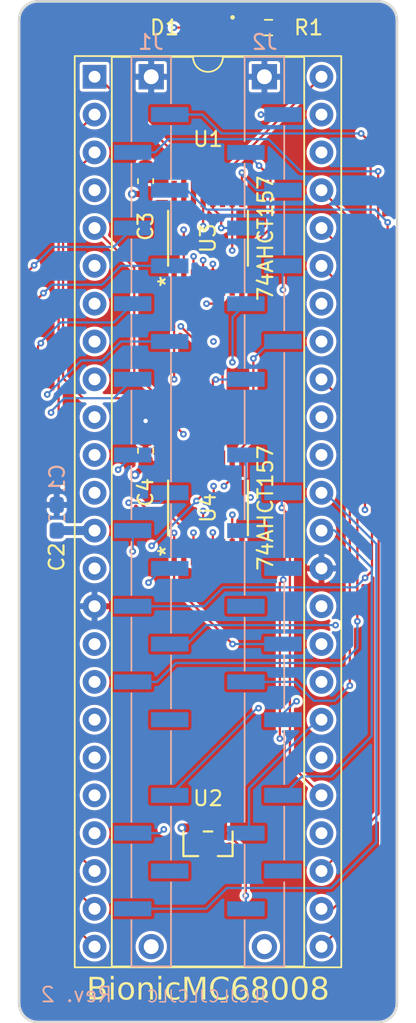
<source format=kicad_pcb>
(kicad_pcb (version 20241229) (generator "pcbnew") (generator_version "9.0")
  (title_block (title "BionicMC68008") (date "2025-12-24") (rev "2") (company "Tadashi G. Takaoka"))
  (layers (0 "F.Cu" mixed) (4 "In1.Cu" mixed) (6 "In2.Cu" mixed) (2 "B.Cu" mixed) (13 "F.Paste" user) (15 "B.Paste" user) (5 "F.SilkS" user "F.Silkscreen") (7 "B.SilkS" user "B.Silkscreen") (1 "F.Mask" user) (3 "B.Mask" user) (25 "Edge.Cuts" user))
  (net 0 "")
  (net 1 "VCC")
  (net 2 "GND")
  (net 3 "Net-(D1-K)")
  (net 4 "FC1")
  (net 6 "FC2")
  (net 8 "A17")
  (net 9 "D3")
  (net 10 "A19")
  (net 11 "D6")
  (net 13 "FC0")
  (net 14 "D0")
  (net 16 "D7")
  (net 17 "D1")
  (net 18 "D4")
  (net 19 "/A1")
  (net 20 "/A2")
  (net 21 "/A12")
  (net 22 "/A13")
  (net 23 "/A14")
  (net 24 "/A15")
  (net 25 "~{IPL1}")
  (net 26 "~{RESET}")
  (net 27 "D5")
  (net 28 "A18")
  (net 30 "D2")
  (net 31 "~{IPL0}{slash}~{IPL2}")
  (net 33 "A16")
  (net 34 "~{AS}")
  (net 36 "R{slash}~{W}")
  (net 37 "~{DS}")
  (net 38 "P20")
  (net 39 "P23")
  (net 40 "ASEL")
  (net 41 "~{BERR}")
  (net 42 "P25")
  (net 43 "P27")
  (net 44 "P22")
  (net 45 "P21")
  (net 46 "CLK")
  (net 47 "~{DTACK}")
  (net 48 "P24")
  (net 49 "~{HALT}")
  (net 50 "P26")
  (net 51 "/A9")
  (net 52 "/A10")
  (net 53 "/A6")
  (net 54 "/A0")
  (net 55 "/A8")
  (net 56 "/A5")
  (net 57 "/A4")
  (net 58 "/A11")
  (net 59 "/A7")
  (net 60 "Net-(J2-P57)")
  (net 62 "/A3")
  (footprint "Capacitor_SMD:C_0603_1608Metric_Pad1.08x0.95mm_HandSolder" (layer "F.Cu") (at 109.509 100.2017 90)
    (property "Reference" "C4" (at -2.794 0 90) (layer "F.SilkS"))
    (property "Value" "0.1u")
    (pad "1" smd roundrect (at -0.8625 0 90) (size 1.075 0.95) (layers "F.Cu" "F.Mask" "F.Paste") (net 1 "VCC"))
    (pad "2" smd roundrect (at 0.8625 0 90) (size 1.075 0.95) (layers "F.Cu" "F.Mask" "F.Paste") (net 2 "GND"))
  )
  (footprint "ti:PW16-M" (layer "F.Cu") (at 113.7 104.036 90)
    (property "Reference" "U4" (at 0 0 90) (layer "F.SilkS"))
    (property "Value" "74AHCT157")
    (fp_text user "*" (at -2.9 -2.8 90) (layer "F.SilkS"))
    (pad "1" smd rect (at -2.9718 -2.274999 90) (size 1.778 0.3556) (layers "F.Cu" "F.Mask" "F.Paste") (net 40 "ASEL"))
    (pad "2" smd rect (at -2.9718 -1.625001 90) (size 1.778 0.3556) (layers "F.Cu" "F.Mask" "F.Paste") (net 57 "/A4"))
    (pad "3" smd rect (at -2.9718 -0.974999 90) (size 1.778 0.3556) (layers "F.Cu" "F.Mask" "F.Paste") (net 21 "/A12"))
    (pad "4" smd rect (at -2.9718 -0.325001 90) (size 1.778 0.3556) (layers "F.Cu" "F.Mask" "F.Paste") (net 48 "P24"))
    (pad "5" smd rect (at -2.9718 0.324998 90) (size 1.778 0.3556) (layers "F.Cu" "F.Mask" "F.Paste") (net 56 "/A5"))
    (pad "6" smd rect (at -2.9718 0.974999 90) (size 1.778 0.3556) (layers "F.Cu" "F.Mask" "F.Paste") (net 22 "/A13"))
    (pad "7" smd rect (at -2.9718 1.624998 90) (size 1.778 0.3556) (layers "F.Cu" "F.Mask" "F.Paste") (net 42 "P25"))
    (pad "8" smd rect (at -2.9718 2.274999 90) (size 1.778 0.3556) (layers "F.Cu" "F.Mask" "F.Paste") (net 2 "GND"))
    (pad "9" smd rect (at 2.9718 2.274999 90) (size 1.778 0.3556) (layers "F.Cu" "F.Mask" "F.Paste") (net 50 "P26"))
    (pad "10" smd rect (at 2.9718 1.625001 90) (size 1.778 0.3556) (layers "F.Cu" "F.Mask" "F.Paste") (net 23 "/A14"))
    (pad "11" smd rect (at 2.9718 0.974999 90) (size 1.778 0.3556) (layers "F.Cu" "F.Mask" "F.Paste") (net 53 "/A6"))
    (pad "12" smd rect (at 2.9718 0.325001 90) (size 1.778 0.3556) (layers "F.Cu" "F.Mask" "F.Paste") (net 43 "P27"))
    (pad "13" smd rect (at 2.9718 -0.324998 90) (size 1.778 0.3556) (layers "F.Cu" "F.Mask" "F.Paste") (net 24 "/A15"))
    (pad "14" smd rect (at 2.9718 -0.974999 90) (size 1.778 0.3556) (layers "F.Cu" "F.Mask" "F.Paste") (net 59 "/A7"))
    (pad "15" smd rect (at 2.9718 -1.624998 90) (size 1.778 0.3556) (layers "F.Cu" "F.Mask" "F.Paste") (net 2 "GND"))
    (pad "16" smd rect (at 2.9718 -2.274999 90) (size 1.778 0.3556) (layers "F.Cu" "F.Mask" "F.Paste") (net 1 "VCC"))
  )
  (footprint "Capacitor_SMD:C_0603_1608Metric_Pad1.08x0.95mm_HandSolder" (layer "F.Cu") (at 103.54 104.6975 90)
    (property "Reference" "C2" (at -2.6405 0 90) (layer "F.SilkS"))
    (property "Value" "22u")
    (pad "1" smd roundrect (at -0.8625 0 90) (size 1.075 0.95) (layers "F.Cu" "F.Mask" "F.Paste") (net 1 "VCC"))
    (pad "2" smd roundrect (at 0.8625 0 90) (size 1.075 0.95) (layers "F.Cu" "F.Mask" "F.Paste") (net 2 "GND"))
  )
  (footprint "rhom:LED_CSL1901UW1_ROM-M" (layer "F.Cu") (at 113.7 71.778 180)
    (property "Reference" "D1" (at 2.921 0 0) (layer "F.SilkS"))
    (property "Value" "CSL1901UW1")
    (pad "1" smd rect (at -0.8763 0 180) (size 0.9652 0.762) (layers "F.Cu" "F.Mask" "F.Paste") (net 3 "Net-(D1-K)"))
    (pad "2" smd rect (at 0.8763 0 180) (size 0.9652 0.762) (layers "F.Cu" "F.Mask" "F.Paste") (net 1 "VCC"))
    (zone (net 0) (net_name "") (layer "F.Cu") (connect_pads (clearance 0)) (min_thickness 0.254)
      (keepout (tracks not_allowed) (vias not_allowed) (pads allowed) (copperpour not_allowed) (footprints allowed))
      (fill (thermal_gap 0.508) (thermal_bridge_width 0.508))
      (polygon (pts (xy 114.0429 72.1336) (xy 113.3571 72.1336) (xy 113.3571 71.4224) (xy 114.0429 71.4224)))
    )
  )
  (footprint "Capacitor_SMD:C_0603_1608Metric_Pad1.08x0.95mm_HandSolder" (layer "F.Cu") (at 109.509 82.0915 90)
    (property "Reference" "C3" (at -3.036999 0 90) (layer "F.SilkS"))
    (property "Value" "0.1u")
    (pad "1" smd roundrect (at -0.8625 0 90) (size 1.075 0.95) (layers "F.Cu" "F.Mask" "F.Paste") (net 1 "VCC"))
    (pad "2" smd roundrect (at 0.8625 0 90) (size 1.075 0.95) (layers "F.Cu" "F.Mask" "F.Paste") (net 2 "GND"))
  )
  (footprint "microchip:SOT-23_MC_MCH-M" (layer "F.Cu") (at 113.7 126.592 180)
    (property "Reference" "U2" (at 0 3.048 0) (layer "F.SilkS"))
    (property "Value" "11AA010-I/TT")
    (pad "1" smd rect (at -0.950001 1.066 180) (size 0.6604 1.6256) (layers "F.Cu" "F.Mask" "F.Paste") (net 60 "Net-(J2-P57)"))
    (pad "2" smd rect (at 0.950001 1.066 180) (size 0.6604 1.6256) (layers "F.Cu" "F.Mask" "F.Paste") (net 1 "VCC"))
    (pad "3" smd rect (at 0 -1.066 180) (size 0.6604 1.6256) (layers "F.Cu" "F.Mask" "F.Paste") (net 2 "GND"))
  )
  (footprint "Resistor_SMD:R_0603_1608Metric_Pad0.98x0.95mm_HandSolder" (layer "F.Cu") (at 117.764 71.778)
    (property "Reference" "R1" (at 2.6905 0 0) (layer "F.SilkS"))
    (property "Value" "1.6k")
    (pad "1" smd roundrect (at -0.9125 0) (size 0.975 0.95) (layers "F.Cu" "F.Mask" "F.Paste") (net 3 "Net-(D1-K)"))
    (pad "2" smd roundrect (at 0.9125 0) (size 0.975 0.95) (layers "F.Cu" "F.Mask" "F.Paste") (net 2 "GND"))
  )
  (footprint "bionic:DIP-48_W15.24mm_Socket" (layer "F.Cu") (at 106.08 75.08)
    (property "Reference" "U1" (at 7.62 4.191 0) (layer "F.SilkS"))
    (property "Value" "MC68008P")
    (pad "1" thru_hole rect (at 0 0) (size 1.6 1.6) (drill 0.8) (layers "*.Cu" "*.Mask") (net 62 "/A3"))
    (pad "2" thru_hole oval (at 0 2.54) (size 1.6 1.6) (drill 0.8) (layers "*.Cu" "*.Mask") (net 57 "/A4"))
    (pad "3" thru_hole oval (at 0 5.08) (size 1.6 1.6) (drill 0.8) (layers "*.Cu" "*.Mask") (net 56 "/A5"))
    (pad "4" thru_hole oval (at 0 7.62) (size 1.6 1.6) (drill 0.8) (layers "*.Cu" "*.Mask") (net 53 "/A6"))
    (pad "5" thru_hole oval (at 0 10.16) (size 1.6 1.6) (drill 0.8) (layers "*.Cu" "*.Mask") (net 59 "/A7"))
    (pad "6" thru_hole oval (at 0 12.7) (size 1.6 1.6) (drill 0.8) (layers "*.Cu" "*.Mask") (net 55 "/A8"))
    (pad "7" thru_hole oval (at 0 15.24) (size 1.6 1.6) (drill 0.8) (layers "*.Cu" "*.Mask") (net 51 "/A9"))
    (pad "8" thru_hole oval (at 0 17.78) (size 1.6 1.6) (drill 0.8) (layers "*.Cu" "*.Mask") (net 52 "/A10"))
    (pad "9" thru_hole oval (at 0 20.32) (size 1.6 1.6) (drill 0.8) (layers "*.Cu" "*.Mask") (net 58 "/A11"))
    (pad "10" thru_hole oval (at 0 22.86) (size 1.6 1.6) (drill 0.8) (layers "*.Cu" "*.Mask") (net 21 "/A12"))
    (pad "11" thru_hole oval (at 0 25.4) (size 1.6 1.6) (drill 0.8) (layers "*.Cu" "*.Mask") (net 22 "/A13"))
    (pad "12" thru_hole oval (at 0 27.94) (size 1.6 1.6) (drill 0.8) (layers "*.Cu" "*.Mask") (net 23 "/A14"))
    (pad "13" thru_hole oval (at 0 30.48) (size 1.6 1.6) (drill 0.8) (layers "*.Cu" "*.Mask") (net 1 "VCC"))
    (pad "14" thru_hole oval (at 0 33.02) (size 1.6 1.6) (drill 0.8) (layers "*.Cu" "*.Mask") (net 24 "/A15"))
    (pad "15" thru_hole oval (at 0 35.56) (size 1.6 1.6) (drill 0.8) (layers "*.Cu" "*.Mask") (net 2 "GND"))
    (pad "16" thru_hole oval (at 0 38.1) (size 1.6 1.6) (drill 0.8) (layers "*.Cu" "*.Mask") (net 33 "A16"))
    (pad "17" thru_hole oval (at 0 40.64) (size 1.6 1.6) (drill 0.8) (layers "*.Cu" "*.Mask") (net 8 "A17"))
    (pad "18" thru_hole oval (at 0 43.18) (size 1.6 1.6) (drill 0.8) (layers "*.Cu" "*.Mask") (net 28 "A18"))
    (pad "19" thru_hole oval (at 0 45.72) (size 1.6 1.6) (drill 0.8) (layers "*.Cu" "*.Mask") (net 10 "A19"))
    (pad "20" thru_hole oval (at 0 48.26) (size 1.6 1.6) (drill 0.8) (layers "*.Cu" "*.Mask") (net 16 "D7"))
    (pad "21" thru_hole oval (at 0 50.8) (size 1.6 1.6) (drill 0.8) (layers "*.Cu" "*.Mask") (net 11 "D6"))
    (pad "22" thru_hole oval (at 0 53.34) (size 1.6 1.6) (drill 0.8) (layers "*.Cu" "*.Mask") (net 27 "D5"))
    (pad "23" thru_hole oval (at 0 55.88) (size 1.6 1.6) (drill 0.8) (layers "*.Cu" "*.Mask") (net 18 "D4"))
    (pad "24" thru_hole oval (at 0 58.42) (size 1.6 1.6) (drill 0.8) (layers "*.Cu" "*.Mask") (net 9 "D3"))
    (pad "25" thru_hole oval (at 15.24 58.42) (size 1.6 1.6) (drill 0.8) (layers "*.Cu" "*.Mask") (net 30 "D2"))
    (pad "26" thru_hole oval (at 15.24 55.88) (size 1.6 1.6) (drill 0.8) (layers "*.Cu" "*.Mask") (net 17 "D1"))
    (pad "27" thru_hole oval (at 15.24 53.34) (size 1.6 1.6) (drill 0.8) (layers "*.Cu" "*.Mask") (net 14 "D0"))
    (pad "28" thru_hole oval (at 15.24 50.8) (size 1.6 1.6) (drill 0.8) (layers "*.Cu" "*.Mask") (net 34 "~{AS}"))
    (pad "29" thru_hole oval (at 15.24 48.26) (size 1.6 1.6) (drill 0.8) (layers "*.Cu" "*.Mask") (net 37 "~{DS}"))
    (pad "30" thru_hole oval (at 15.24 45.72) (size 1.6 1.6) (drill 0.8) (layers "*.Cu" "*.Mask") (net 36 "R{slash}~{W}"))
    (pad "31" thru_hole oval (at 15.24 43.18) (size 1.6 1.6) (drill 0.8) (layers "*.Cu" "*.Mask") (net 47 "~{DTACK}"))
    (pad "32" thru_hole oval (at 15.24 40.64) (size 1.6 1.6) (drill 0.8) (layers "*.Cu" "*.Mask"))
    (pad "33" thru_hole oval (at 15.24 38.1) (size 1.6 1.6) (drill 0.8) (layers "*.Cu" "*.Mask") (net 1 "VCC"))
    (pad "34" thru_hole oval (at 15.24 35.56) (size 1.6 1.6) (drill 0.8) (layers "*.Cu" "*.Mask") (net 46 "CLK"))
    (pad "35" thru_hole oval (at 15.24 33.02) (size 1.6 1.6) (drill 0.8) (layers "*.Cu" "*.Mask") (net 2 "GND"))
    (pad "36" thru_hole oval (at 15.24 30.48) (size 1.6 1.6) (drill 0.8) (layers "*.Cu" "*.Mask") (net 49 "~{HALT}"))
    (pad "37" thru_hole oval (at 15.24 27.94) (size 1.6 1.6) (drill 0.8) (layers "*.Cu" "*.Mask") (net 26 "~{RESET}"))
    (pad "38" thru_hole oval (at 15.24 25.4) (size 1.6 1.6) (drill 0.8) (layers "*.Cu" "*.Mask"))
    (pad "39" thru_hole oval (at 15.24 22.86) (size 1.6 1.6) (drill 0.8) (layers "*.Cu" "*.Mask"))
    (pad "40" thru_hole oval (at 15.24 20.32) (size 1.6 1.6) (drill 0.8) (layers "*.Cu" "*.Mask") (net 41 "~{BERR}"))
    (pad "41" thru_hole oval (at 15.24 17.78) (size 1.6 1.6) (drill 0.8) (layers "*.Cu" "*.Mask") (net 25 "~{IPL1}"))
    (pad "42" thru_hole oval (at 15.24 15.24) (size 1.6 1.6) (drill 0.8) (layers "*.Cu" "*.Mask") (net 31 "~{IPL0}{slash}~{IPL2}"))
    (pad "43" thru_hole oval (at 15.24 12.7) (size 1.6 1.6) (drill 0.8) (layers "*.Cu" "*.Mask") (net 6 "FC2"))
    (pad "44" thru_hole oval (at 15.24 10.16) (size 1.6 1.6) (drill 0.8) (layers "*.Cu" "*.Mask") (net 4 "FC1"))
    (pad "45" thru_hole oval (at 15.24 7.62) (size 1.6 1.6) (drill 0.8) (layers "*.Cu" "*.Mask") (net 13 "FC0"))
    (pad "46" thru_hole oval (at 15.24 5.08) (size 1.6 1.6) (drill 0.8) (layers "*.Cu" "*.Mask") (net 54 "/A0"))
    (pad "47" thru_hole oval (at 15.24 2.54) (size 1.6 1.6) (drill 0.8) (layers "*.Cu" "*.Mask") (net 19 "/A1"))
    (pad "48" thru_hole oval (at 15.24 0) (size 1.6 1.6) (drill 0.8) (layers "*.Cu" "*.Mask") (net 20 "/A2"))
  )
  (footprint "ti:PW16-M" (layer "F.Cu") (at 113.7 85.9258 90)
    (property "Reference" "U3" (at 0 0 90) (layer "F.SilkS"))
    (property "Value" "74AHCT157")
    (fp_text user "*" (at -2.9 -2.8 90) (layer "F.SilkS"))
    (pad "1" smd rect (at -2.9718 -2.274999 90) (size 1.778 0.3556) (layers "F.Cu" "F.Mask" "F.Paste") (net 40 "ASEL"))
    (pad "2" smd rect (at -2.9718 -1.625001 90) (size 1.778 0.3556) (layers "F.Cu" "F.Mask" "F.Paste") (net 54 "/A0"))
    (pad "3" smd rect (at -2.9718 -0.974999 90) (size 1.778 0.3556) (layers "F.Cu" "F.Mask" "F.Paste") (net 55 "/A8"))
    (pad "4" smd rect (at -2.9718 -0.325001 90) (size 1.778 0.3556) (layers "F.Cu" "F.Mask" "F.Paste") (net 38 "P20"))
    (pad "5" smd rect (at -2.9718 0.324998 90) (size 1.778 0.3556) (layers "F.Cu" "F.Mask" "F.Paste") (net 19 "/A1"))
    (pad "6" smd rect (at -2.9718 0.974999 90) (size 1.778 0.3556) (layers "F.Cu" "F.Mask" "F.Paste") (net 51 "/A9"))
    (pad "7" smd rect (at -2.9718 1.624998 90) (size 1.778 0.3556) (layers "F.Cu" "F.Mask" "F.Paste") (net 45 "P21"))
    (pad "8" smd rect (at -2.9718 2.274999 90) (size 1.778 0.3556) (layers "F.Cu" "F.Mask" "F.Paste") (net 2 "GND"))
    (pad "9" smd rect (at 2.9718 2.274999 90) (size 1.778 0.3556) (layers "F.Cu" "F.Mask" "F.Paste") (net 44 "P22"))
    (pad "10" smd rect (at 2.9718 1.625001 90) (size 1.778 0.3556) (layers "F.Cu" "F.Mask" "F.Paste") (net 52 "/A10"))
    (pad "11" smd rect (at 2.9718 0.974999 90) (size 1.778 0.3556) (layers "F.Cu" "F.Mask" "F.Paste") (net 20 "/A2"))
    (pad "12" smd rect (at 2.9718 0.325001 90) (size 1.778 0.3556) (layers "F.Cu" "F.Mask" "F.Paste") (net 39 "P23"))
    (pad "13" smd rect (at 2.9718 -0.324998 90) (size 1.778 0.3556) (layers "F.Cu" "F.Mask" "F.Paste") (net 58 "/A11"))
    (pad "14" smd rect (at 2.9718 -0.974999 90) (size 1.778 0.3556) (layers "F.Cu" "F.Mask" "F.Paste") (net 62 "/A3"))
    (pad "15" smd rect (at 2.9718 -1.624998 90) (size 1.778 0.3556) (layers "F.Cu" "F.Mask" "F.Paste") (net 2 "GND"))
    (pad "16" smd rect (at 2.9718 -2.274999 90) (size 1.778 0.3556) (layers "F.Cu" "F.Mask" "F.Paste") (net 1 "VCC"))
  )
  (footprint "Capacitor_SMD:C_0603_1608Metric_Pad1.08x0.95mm_HandSolder" (layer "B.Cu") (at 103.54 104.6975 90)
    (property "Reference" "C1" (at 2.6405 0.03 90) (layer "B.SilkS") (effects (justify mirror)))
    (property "Value" "0.1u")
    (pad "1" smd roundrect (at -0.8625 0 90) (size 1.075 0.95) (layers "B.Cu" "B.Mask" "B.Paste") (net 1 "VCC"))
    (pad "2" smd roundrect (at 0.8625 0 90) (size 1.075 0.95) (layers "B.Cu" "B.Mask" "B.Paste") (net 2 "GND"))
  )
  (footprint "bionic:Bionic-P135_SMT" (layer "B.Cu") (at 109.8646 104.29 180)
    (property "Reference" "J1" (at 0 31.54 0) (layer "B.SilkS") (effects (justify mirror)))
    (property "Value" "Bionic-P135")
    (pad "1" thru_hole rect (at -0.0208 29.21 180) (size 1.7 1.7) (drill 1) (layers "*.Cu" "*.Mask") (net 2 "GND"))
    (pad "2" smd rect (at -1.2654 26.67 180) (size 2.51 1) (layers "B.Cu" "B.Mask" "B.Paste") (net 14 "D0"))
    (pad "3" smd rect (at 1.2238 24.13 180) (size 2.51 1) (layers "B.Cu" "B.Mask" "B.Paste") (net 17 "D1"))
    (pad "4" smd rect (at -1.2654 21.59 180) (size 2.51 1) (layers "B.Cu" "B.Mask" "B.Paste") (net 30 "D2"))
    (pad "5" smd rect (at 1.2238 19.05 180) (size 2.51 1) (layers "B.Cu" "B.Mask" "B.Paste") (net 9 "D3"))
    (pad "6" smd rect (at -1.2654 16.51 180) (size 2.51 1) (layers "B.Cu" "B.Mask" "B.Paste") (net 18 "D4"))
    (pad "7" smd rect (at 1.2238 13.97 180) (size 2.51 1) (layers "B.Cu" "B.Mask" "B.Paste") (net 27 "D5"))
    (pad "8" smd rect (at -1.2654 11.43 180) (size 2.51 1) (layers "B.Cu" "B.Mask" "B.Paste") (net 11 "D6"))
    (pad "9" smd rect (at 1.2238 8.89 180) (size 2.51 1) (layers "B.Cu" "B.Mask" "B.Paste") (net 16 "D7"))
    (pad "11" smd rect (at 1.2238 3.81 180) (size 2.51 1) (layers "B.Cu" "B.Mask" "B.Paste") (net 33 "A16"))
    (pad "12" smd rect (at -1.2654 1.27 180) (size 2.51 1) (layers "B.Cu" "B.Mask" "B.Paste") (net 8 "A17"))
    (pad "13" smd rect (at 1.2238 -1.27 180) (size 2.51 1) (layers "B.Cu" "B.Mask" "B.Paste") (net 28 "A18"))
    (pad "14" smd rect (at -1.2654 -3.81 180) (size 2.51 1) (layers "B.Cu" "B.Mask" "B.Paste") (net 10 "A19"))
    (pad "15" smd rect (at 1.2238 -6.35 180) (size 2.51 1) (layers "B.Cu" "B.Mask" "B.Paste") (net 13 "FC0"))
    (pad "16" smd rect (at -1.2654 -8.89 180) (size 2.51 1) (layers "B.Cu" "B.Mask" "B.Paste") (net 4 "FC1"))
    (pad "17" smd rect (at 1.2238 -11.43 180) (size 2.51 1) (layers "B.Cu" "B.Mask" "B.Paste") (net 6 "FC2"))
    (pad "18" smd rect (at -1.2654 -13.97 180) (size 2.51 1) (layers "B.Cu" "B.Mask" "B.Paste"))
    (pad "20" smd rect (at -1.2654 -19.05 180) (size 2.51 1) (layers "B.Cu" "B.Mask" "B.Paste") (net 31 "~{IPL0}{slash}~{IPL2}"))
    (pad "21" smd rect (at 1.2238 -21.59 180) (size 2.51 1) (layers "B.Cu" "B.Mask" "B.Paste") (net 25 "~{IPL1}"))
    (pad "22" smd rect (at -1.2654 -24.13 180) (size 2.51 1) (layers "B.Cu" "B.Mask" "B.Paste"))
    (pad "23" smd rect (at 1.2238 -26.67 180) (size 2.51 1) (layers "B.Cu" "B.Mask" "B.Paste") (net 26 "~{RESET}"))
    (pad "24" thru_hole oval (at -0.0208 -29.21 180) (size 1.7 1.7) (drill 1) (layers "*.Cu" "*.Mask") (net 1 "VCC"))
  )
  (footprint "bionic:Bionic-P245_SMT" (layer "B.Cu") (at 117.51 104.29 180)
    (property "Reference" "J2" (at 0 31.54 0) (layer "B.SilkS") (effects (justify mirror)))
    (property "Value" "Bionic-P245")
    (pad "25" thru_hole oval (at 0.0208 -29.21 180) (size 1.7 1.7) (drill 1) (layers "*.Cu" "*.Mask") (net 1 "VCC"))
    (pad "26" smd rect (at 1.2654 -26.67 180) (size 2.51 1) (layers "B.Cu" "B.Mask" "B.Paste") (net 60 "Net-(J2-P57)"))
    (pad "27" smd rect (at -1.2238 -24.13 180) (size 2.51 1) (layers "B.Cu" "B.Mask" "B.Paste"))
    (pad "28" smd rect (at 1.2654 -21.59 180) (size 2.51 1) (layers "B.Cu" "B.Mask" "B.Paste") (net 47 "~{DTACK}"))
    (pad "29" smd rect (at -1.2238 -19.05 180) (size 2.51 1) (layers "B.Cu" "B.Mask" "B.Paste") (net 49 "~{HALT}"))
    (pad "31" smd rect (at -1.2238 -13.97 180) (size 2.51 1) (layers "B.Cu" "B.Mask" "B.Paste") (net 46 "CLK"))
    (pad "32" smd rect (at 1.2654 -11.43 180) (size 2.51 1) (layers "B.Cu" "B.Mask" "B.Paste") (net 41 "~{BERR}"))
    (pad "33" smd rect (at -1.2238 -8.89 180) (size 2.51 1) (layers "B.Cu" "B.Mask" "B.Paste") (net 40 "ASEL"))
    (pad "34" smd rect (at 1.2654 -6.35 180) (size 2.51 1) (layers "B.Cu" "B.Mask" "B.Paste"))
    (pad "35" smd rect (at -1.2238 -3.81 180) (size 2.51 1) (layers "B.Cu" "B.Mask" "B.Paste") (net 36 "R{slash}~{W}"))
    (pad "36" smd rect (at 1.2654 -1.27 180) (size 2.51 1) (layers "B.Cu" "B.Mask" "B.Paste"))
    (pad "37" smd rect (at -1.2238 1.27 180) (size 2.51 1) (layers "B.Cu" "B.Mask" "B.Paste") (net 37 "~{DS}"))
    (pad "38" smd rect (at 1.2654 3.81 180) (size 2.51 1) (layers "B.Cu" "B.Mask" "B.Paste") (net 34 "~{AS}"))
    (pad "40" smd rect (at 1.2654 8.89 180) (size 2.51 1) (layers "B.Cu" "B.Mask" "B.Paste") (net 43 "P27"))
    (pad "41" smd rect (at -1.2238 11.43 180) (size 2.51 1) (layers "B.Cu" "B.Mask" "B.Paste") (net 50 "P26"))
    (pad "42" smd rect (at 1.2654 13.97 180) (size 2.51 1) (layers "B.Cu" "B.Mask" "B.Paste") (net 42 "P25"))
    (pad "43" smd rect (at -1.2238 16.51 180) (size 2.51 1) (layers "B.Cu" "B.Mask" "B.Paste") (net 48 "P24"))
    (pad "44" smd rect (at 1.2654 19.05 180) (size 2.51 1) (layers "B.Cu" "B.Mask" "B.Paste") (net 39 "P23"))
    (pad "45" smd rect (at -1.2238 21.59 180) (size 2.51 1) (layers "B.Cu" "B.Mask" "B.Paste") (net 44 "P22"))
    (pad "46" smd rect (at 1.2654 24.13 180) (size 2.51 1) (layers "B.Cu" "B.Mask" "B.Paste") (net 45 "P21"))
    (pad "47" smd rect (at -1.2238 26.67 180) (size 2.51 1) (layers "B.Cu" "B.Mask" "B.Paste") (net 38 "P20"))
    (pad "48" thru_hole rect (at 0.0208 29.21 180) (size 1.7 1.7) (drill 1) (layers "*.Cu" "*.Mask") (net 2 "GND"))
  )
  (gr_line (start 126.4 137.31) (end 126.4 71.27) (stroke (width 0.15)) (layer "Edge.Cuts"))
  (gr_line (start 125.13 70) (end 102.27 70) (stroke (width 0.15)) (layer "Edge.Cuts"))
  (gr_arc (start 125.13 70) (mid 126.028026 70.371974) (end 126.4 71.27) (stroke (width 0.15)) (layer "Edge.Cuts"))
  (gr_arc (start 102.27 138.58) (mid 101.371974 138.208026) (end 101 137.31) (stroke (width 0.15)) (layer "Edge.Cuts"))
  (gr_arc (start 101 71.27) (mid 101.371974 70.371974) (end 102.27 70) (stroke (width 0.15)) (layer "Edge.Cuts"))
  (gr_arc (start 126.4 137.31) (mid 126.028026 138.208026) (end 125.13 138.58) (stroke (width 0.15)) (layer "Edge.Cuts"))
  (gr_line (start 101 71.27) (end 101 137.31) (stroke (width 0.15)) (layer "Edge.Cuts"))
  (gr_line (start 102.27 138.58) (end 125.13 138.58) (stroke (width 0.15)) (layer "Edge.Cuts"))
  (gr_text "BionicMC68008" (at 113.7 137.31 0) (layer "F.SilkS") (effects (font (size 1.5 1.5)) (justify bottom)))
  (gr_text "74AHCT157" (at 118.145 85.9258 90) (layer "F.SilkS") (effects (font (size 1 1)) (justify bottom)))
  (gr_text "74AHCT157" (at 118.145 104.036 90) (layer "F.SilkS") (effects (font (size 1 1)) (justify bottom)))
  (gr_text "JLCJLCJLCJLC" (at 113.7 137.31 0) (layer "B.SilkS") (effects (font (size 0.8 0.8)) (justify bottom mirror)))
  (gr_text "Rev. 2" (at 107.35 137.31 0) (layer "B.SilkS") (effects (font (size 1 1)) (justify left bottom mirror)))
  (segment (start 106.08 105.56) (end 103.54 105.56) (width 0.6) (layer "F.Cu") (net 1))
  (segment (start 112.824 71.778) (end 112.8237 71.778) (width 0.15) (layer "F.Cu") (net 1))
  (segment (start 112.8237 71.778) (end 111.414 71.778) (width 0.15) (layer "F.Cu") (net 1))
  (segment (start 109.509 101.064) (end 111.396 101.064) (width 0.4) (layer "F.Cu") (net 1))
  (segment (start 111.949 125.526) (end 112.75 125.526) (width 0.6) (layer "F.Cu") (net 1))
  (segment (start 108.798 101.814) (end 109.509 101.102) (width 0.4) (layer "F.Cu") (net 1))
  (segment (start 109.509 101.102) (end 109.509 101.0642) (width 0.4) (layer "F.Cu") (net 1))
  (segment (start 109.509 82.954) (end 108.62 82.954) (width 0.4) (layer "F.Cu") (net 1))
  (segment (start 109.509 101.0642) (end 109.509 101.064) (width 0.4) (layer "F.Cu") (net 1))
  (segment (start 109.509 82.954) (end 111.396 82.954) (width 0.4) (layer "F.Cu") (net 1))
  (via (at 111.949 125.526) (size 0.6) (drill 0.3) (layers "F.Cu" "B.Cu") (net 1))
  (via (at 108.62 82.954) (size 0.6) (drill 0.3) (layers "F.Cu" "B.Cu") (net 1))
  (via (at 108.798 101.814) (size 0.6) (drill 0.3) (layers "F.Cu" "B.Cu") (net 1))
  (via (at 111.414 71.778) (size 0.45) (drill 0.2) (layers "F.Cu" "B.Cu") (net 1))
  (segment (start 106.08 105.56) (end 103.54 105.56) (width 0.6) (layer "B.Cu") (net 1))
  (via (at 103.921 102.639) (size 0.6) (drill 0.3) (layers "F.Cu" "B.Cu") (net 2))
  (via (at 109.509 98.194) (size 0.6) (drill 0.3) (layers "F.Cu" "B.Cu") (net 2))
  (segment (start 114.576 71.778) (end 116.852 71.778) (width 0.15) (layer "F.Cu") (net 3))
  (segment (start 124.241 88.161) (end 121.32 85.24) (width 0.15) (layer "F.Cu") (net 4))
  (segment (start 124.241 104.163) (end 124.241 88.161) (width 0.15) (layer "F.Cu") (net 4))
  (via (at 124.241 104.163) (size 0.45) (drill 0.2) (layers "F.Cu" "B.Cu") (net 4))
  (via (at 122.267 111.91) (size 0.45) (drill 0.2) (layers "F.Cu" "B.Cu") (net 4))
  (segment (start 113.573 111.91) (end 112.303 113.18) (width 0.15) (layer "B.Cu") (net 4))
  (segment (start 122.267 111.91) (end 113.573 111.91) (width 0.15) (layer "B.Cu") (net 4))
  (segment (start 112.303 113.18) (end 111.13 113.18) (width 0.15) (layer "B.Cu") (net 4))
  (segment (start 123.733 111.656) (end 123.733 90.193) (width 0.15) (layer "F.Cu") (net 6))
  (segment (start 123.733 90.193) (end 121.32 87.78) (width 0.15) (layer "F.Cu") (net 6))
  (via (at 123.733 111.656) (size 0.45) (drill 0.2) (layers "F.Cu" "B.Cu") (net 6))
  (segment (start 123.733 111.656) (end 123.733 113.434) (width 0.15) (layer "B.Cu") (net 6))
  (segment (start 110.271 115.72) (end 108.6408 115.72) (width 0.15) (layer "B.Cu") (net 6))
  (segment (start 123.733 113.434) (end 122.717 114.45) (width 0.15) (layer "B.Cu") (net 6))
  (segment (start 122.717 114.45) (end 111.541 114.45) (width 0.15) (layer "B.Cu") (net 6))
  (segment (start 111.541 114.45) (end 110.271 115.72) (width 0.15) (layer "B.Cu") (net 6))
  (via (at 108.3669 103.6904) (size 0.45) (drill 0.2) (layers "F.Cu" "B.Cu") (net 8))
  (segment (start 108.3669 103.6904) (end 110.4596 103.6904) (width 0.15) (layer "B.Cu") (net 8))
  (segment (start 110.4596 103.6904) (end 111.13 103.02) (width 0.15) (layer "B.Cu") (net 8))
  (segment (start 102.0217 87.7419) (end 101.5969 88.1667) (width 0.15) (layer "F.Cu") (net 9))
  (segment (start 101.5969 129.0169) (end 106.08 133.5) (width 0.15) (layer "F.Cu") (net 9))
  (segment (start 101.5969 88.1667) (end 101.5969 129.0169) (width 0.15) (layer "F.Cu") (net 9))
  (via (at 102.0217 87.7419) (size 0.45) (drill 0.2) (layers "F.Cu" "B.Cu") (net 9))
  (segment (start 108.6408 85.24) (end 107.3708 86.51) (width 0.15) (layer "B.Cu") (net 9))
  (segment (start 103.2536 86.51) (end 102.0217 87.7419) (width 0.15) (layer "B.Cu") (net 9))
  (segment (start 107.3708 86.51) (end 103.2536 86.51) (width 0.15) (layer "B.Cu") (net 9))
  (via (at 109.703 109.0536) (size 0.45) (drill 0.2) (layers "F.Cu" "B.Cu") (net 10))
  (segment (start 109.703 109.0536) (end 110.6566 108.1) (width 0.15) (layer "B.Cu") (net 10))
  (segment (start 110.6566 108.1) (end 111.13 108.1) (width 0.15) (layer "B.Cu") (net 10))
  (via (at 102.905 96.416) (size 0.45) (drill 0.2) (layers "F.Cu" "B.Cu") (net 11))
  (segment (start 107.858 92.86) (end 111.13 92.86) (width 0.15) (layer "B.Cu") (net 11))
  (segment (start 102.905 96.416) (end 105.191 94.13) (width 0.15) (layer "B.Cu") (net 11))
  (segment (start 106.588 94.13) (end 107.858 92.86) (width 0.15) (layer "B.Cu") (net 11))
  (segment (start 105.191 94.13) (end 106.588 94.13) (width 0.15) (layer "B.Cu") (net 11))
  (segment (start 124.713 86.093) (end 121.32 82.7) (width 0.15) (layer "F.Cu") (net 13))
  (segment (start 124.713 108.274) (end 124.713 86.093) (width 0.15) (layer "F.Cu") (net 13))
  (segment (start 124.252 108.735) (end 124.713 108.274) (width 0.15) (layer "F.Cu") (net 13))
  (via (at 124.252 108.735) (size 0.45) (drill 0.2) (layers "F.Cu" "B.Cu") (net 13))
  (segment (start 123.617 109.37) (end 114.716 109.37) (width 0.15) (layer "B.Cu") (net 13))
  (segment (start 113.446 110.64) (end 114.716 109.37) (width 0.15) (layer "B.Cu") (net 13))
  (segment (start 108.6408 110.64) (end 113.446 110.64) (width 0.15) (layer "B.Cu") (net 13))
  (segment (start 124.252 108.735) (end 123.617 109.37) (width 0.15) (layer "B.Cu") (net 13))
  (segment (start 125.163 85.527) (end 125.163 124.577) (width 0.15) (layer "F.Cu") (net 14))
  (segment (start 124.622 84.986) (end 125.163 85.527) (width 0.15) (layer "F.Cu") (net 14))
  (segment (start 125.163 124.577) (end 121.32 128.42) (width 0.15) (layer "F.Cu") (net 14))
  (segment (start 124.622 79.525) (end 124.622 84.986) (width 0.15) (layer "F.Cu") (net 14))
  (segment (start 123.987 78.89) (end 124.622 79.525) (width 0.15) (layer "F.Cu") (net 14))
  (via (at 123.987 78.89) (size 0.45) (drill 0.2) (layers "F.Cu" "B.Cu") (net 14))
  (segment (start 123.987 78.89) (end 114.589 78.89) (width 0.15) (layer "B.Cu") (net 14))
  (segment (start 113.319 77.62) (end 111.13 77.62) (width 0.15) (layer "B.Cu") (net 14))
  (segment (start 114.589 78.89) (end 113.319 77.62) (width 0.15) (layer "B.Cu") (net 14))
  (via (at 103.159 97.6322) (size 0.45) (drill 0.2) (layers "F.Cu" "B.Cu") (net 16))
  (segment (start 104.048 96.67) (end 107.3708 96.67) (width 0.15) (layer "B.Cu") (net 16))
  (segment (start 103.159 97.6322) (end 103.159 97.559) (width 0.15) (layer "B.Cu") (net 16))
  (segment (start 103.159 97.559) (end 104.048 96.67) (width 0.15) (layer "B.Cu") (net 16))
  (segment (start 107.3708 96.67) (end 108.6408 95.4) (width 0.15) (layer "B.Cu") (net 16))
  (segment (start 125.464 127.580811) (end 122.084811 130.96) (width 0.15) (layer "F.Cu") (net 17))
  (segment (start 125.13 84.986) (end 125.464 85.32) (width 0.15) (layer "F.Cu") (net 17))
  (segment (start 125.464 85.32) (end 125.464 127.580811) (width 0.15) (layer "F.Cu") (net 17))
  (segment (start 125.13 81.43) (end 125.13 84.986) (width 0.15) (layer "F.Cu") (net 17))
  (segment (start 122.084811 130.96) (end 121.32 130.96) (width 0.15) (layer "F.Cu") (net 17))
  (via (at 125.13 81.43) (size 0.45) (drill 0.2) (layers "F.Cu" "B.Cu") (net 17))
  (segment (start 111.033 79.271) (end 110.144 80.16) (width 0.15) (layer "B.Cu") (net 17))
  (segment (start 110.144 80.16) (end 108.6408 80.16) (width 0.15) (layer "B.Cu") (net 17))
  (segment (start 125.13 81.43) (end 119.923 81.43) (width 0.15) (layer "B.Cu") (net 17))
  (segment (start 119.923 81.43) (end 117.764 79.271) (width 0.15) (layer "B.Cu") (net 17))
  (segment (start 117.764 79.271) (end 111.033 79.271) (width 0.15) (layer "B.Cu") (net 17))
  (segment (start 102.651 89.6088) (end 101.8979 90.3619) (width 0.15) (layer "F.Cu") (net 18))
  (segment (start 101.8979 90.3619) (end 101.8979 126.7779) (width 0.15) (layer "F.Cu") (net 18))
  (segment (start 101.8979 126.7779) (end 106.08 130.96) (width 0.15) (layer "F.Cu") (net 18))
  (via (at 102.651 89.6088) (size 0.45) (drill 0.2) (layers "F.Cu" "B.Cu") (net 18))
  (segment (start 106.588 89.05) (end 107.858 87.78) (width 0.15) (layer "B.Cu") (net 18))
  (segment (start 103.2225 89.05) (end 106.588 89.05) (width 0.15) (layer "B.Cu") (net 18))
  (segment (start 102.651 89.6088) (end 102.6637 89.6088) (width 0.15) (layer "B.Cu") (net 18))
  (segment (start 107.858 87.78) (end 111.13 87.78) (width 0.15) (layer "B.Cu") (net 18))
  (segment (start 102.6637 89.6088) (end 103.2225 89.05) (width 0.15) (layer "B.Cu") (net 18))
  (segment (start 114.025 87.653) (end 114.025 88.8976) (width 0.15) (layer "F.Cu") (net 19))
  (via (at 114.025 87.653) (size 0.45) (drill 0.2) (layers "F.Cu" "B.Cu") (net 19))
  (segment (start 121.32 75.08) (end 114.675 81.725) (width 0.15) (layer "F.Cu") (net 20))
  (segment (start 114.675 81.725) (end 114.675 82.954) (width 0.15) (layer "F.Cu") (net 20))
  (segment (start 112.725 105.6997) (end 112.725 107.0078) (width 0.15) (layer "F.Cu") (net 21))
  (via (at 112.725 105.6997) (size 0.45) (drill 0.2) (layers "F.Cu" "B.Cu") (net 21))
  (segment (start 114.081 103.909) (end 114.675 104.503) (width 0.15) (layer "F.Cu") (net 22))
  (segment (start 114.675 104.503) (end 114.675 107.0078) (width 0.15) (layer "F.Cu") (net 22))
  (segment (start 114.081 102.576249) (end 114.081 103.909) (width 0.15) (layer "F.Cu") (net 22))
  (segment (start 114.074751 102.57) (end 114.081 102.576249) (width 0.15) (layer "F.Cu") (net 22))
  (via (at 114.074751 102.57) (size 0.45) (drill 0.2) (layers "F.Cu" "B.Cu") (net 22))
  (segment (start 115.325 102.0189) (end 115.325 101.0642) (width 0.15) (layer "F.Cu") (net 23))
  (segment (start 114.77395 102.56995) (end 115.325 102.0189) (width 0.15) (layer "F.Cu") (net 23))
  (via (at 114.77395 102.56995) (size 0.45) (drill 0.2) (layers "F.Cu" "B.Cu") (net 23))
  (segment (start 113.375 103.1161) (end 113.375 101.0642) (width 0.15) (layer "F.Cu") (net 24))
  (segment (start 112.925 103.5661) (end 113.375 103.1161) (width 0.15) (layer "F.Cu") (net 24))
  (via (at 112.925 103.5661) (size 0.45) (drill 0.2) (layers "F.Cu" "B.Cu") (net 24))
  (via (at 109.9154 106.58419) (size 0.45) (drill 0.2) (layers "F.Cu" "B.Cu") (net 24))
  (segment (start 109.9154 106.58419) (end 112.776259 103.723331) (width 0.15) (layer "B.Cu") (net 24))
  (segment (start 112.776259 103.714841) (end 112.925 103.5661) (width 0.15) (layer "B.Cu") (net 24))
  (segment (start 112.776259 103.723331) (end 112.776259 103.714841) (width 0.15) (layer "B.Cu") (net 24))
  (via (at 114.0683 92.86) (size 0.45) (drill 0.2) (layers "F.Cu" "B.Cu") (net 25))
  (via (at 110.7314 125.626) (size 0.45) (drill 0.2) (layers "F.Cu" "B.Cu") (net 25))
  (segment (start 110.4774 125.88) (end 108.6408 125.88) (width 0.15) (layer "B.Cu") (net 25))
  (segment (start 110.7314 125.626) (end 110.4774 125.88) (width 0.15) (layer "B.Cu") (net 25))
  (segment (start 121.32 103.02) (end 121.576811 103.02) (width 0.15) (layer "B.Cu") (net 26))
  (segment (start 114.97 129.563) (end 113.573 130.96) (width 0.15) (layer "B.Cu") (net 26))
  (segment (start 113.573 130.96) (end 108.6408 130.96) (width 0.15) (layer "B.Cu") (net 26))
  (segment (start 121.955 129.563) (end 114.97 129.563) (width 0.15) (layer "B.Cu") (net 26))
  (segment (start 125.003 106.446189) (end 125.003 126.515) (width 0.15) (layer "B.Cu") (net 26))
  (segment (start 125.003 126.515) (end 121.955 129.563) (width 0.15) (layer "B.Cu") (net 26))
  (segment (start 121.576811 103.02) (end 125.003 106.446189) (width 0.15) (layer "B.Cu") (net 26))
  (segment (start 102.2827 124.6227) (end 106.08 128.42) (width 0.15) (layer "F.Cu") (net 27))
  (segment (start 102.2827 93.1648) (end 102.2827 124.6227) (width 0.15) (layer "F.Cu") (net 27))
  (via (at 102.4732 92.9743) (size 0.45) (drill 0.2) (layers "F.Cu" "B.Cu") (net 27))
  (segment (start 102.4732 92.9743) (end 102.4732 92.9067) (width 0.15) (layer "B.Cu") (net 27))
  (segment (start 107.3835 91.5773) (end 108.6408 90.32) (width 0.15) (layer "B.Cu") (net 27))
  (segment (start 103.8026 91.5773) (end 107.3835 91.5773) (width 0.15) (layer "B.Cu") (net 27))
  (segment (start 102.4732 92.9067) (end 103.8026 91.5773) (width 0.15) (layer "B.Cu") (net 27))
  (via (at 108.6454 106.957) (size 0.45) (drill 0.2) (layers "F.Cu" "B.Cu") (net 28))
  (segment (start 108.6454 105.5646) (end 108.6408 105.56) (width 0.15) (layer "B.Cu") (net 28))
  (segment (start 108.6454 106.957) (end 108.6454 105.5646) (width 0.15) (layer "B.Cu") (net 28))
  (segment (start 125.765 84.859) (end 125.765 129.055) (width 0.15) (layer "F.Cu") (net 30))
  (segment (start 125.765 129.055) (end 121.32 133.5) (width 0.15) (layer "F.Cu") (net 30))
  (via (at 125.765 84.859) (size 0.45) (drill 0.2) (layers "F.Cu" "B.Cu") (net 30))
  (segment (start 112.303 82.7) (end 111.13 82.7) (width 0.15) (layer "B.Cu") (net 30))
  (segment (start 125.765 84.859) (end 124.9084 84.0024) (width 0.15) (layer "B.Cu") (net 30))
  (segment (start 124.9084 84.0024) (end 113.6054 84.0024) (width 0.15) (layer "B.Cu") (net 30))
  (segment (start 113.6054 84.0024) (end 112.303 82.7) (width 0.15) (layer "B.Cu") (net 30))
  (via (at 117.09455 117.48895) (size 0.45) (drill 0.2) (layers "F.Cu" "B.Cu") (net 31))
  (segment (start 116.98105 117.48895) (end 111.13 123.34) (width 0.15) (layer "B.Cu") (net 31))
  (segment (start 117.09455 117.48895) (end 116.98105 117.48895) (width 0.15) (layer "B.Cu") (net 31))
  (via (at 107.6626 101.4682) (size 0.45) (drill 0.2) (layers "F.Cu" "B.Cu") (net 33))
  (segment (start 107.6626 101.4682) (end 107.6626 101.4582) (width 0.15) (layer "B.Cu") (net 33))
  (segment (start 107.6626 101.4582) (end 108.6408 100.48) (width 0.15) (layer "B.Cu") (net 33))
  (via (at 116.5575 103.3375) (size 0.45) (drill 0.2) (layers "F.Cu" "B.Cu") (net 34))
  (segment (start 116.24 103.02) (end 116.24 100.4846) (width 0.15) (layer "B.Cu") (net 34))
  (segment (start 116.5575 103.3375) (end 116.24 103.02) (width 0.15) (layer "B.Cu") (net 34))
  (segment (start 116.24 100.4846) (end 116.2446 100.48) (width 0.15) (layer "B.Cu") (net 34))
  (segment (start 118.526 119.53) (end 118.526 109.085) (width 0.15) (layer "F.Cu") (net 36))
  (segment (start 118.526 109.085) (end 118.749 108.862) (width 0.15) (layer "F.Cu") (net 36))
  (via (at 118.749 108.862) (size 0.45) (drill 0.2) (layers "F.Cu" "B.Cu") (net 36))
  (via (at 118.526 119.53) (size 0.45) (drill 0.2) (layers "F.Cu" "B.Cu") (net 36))
  (segment (start 118.749 108.1152) (end 118.7338 108.1) (width 0.15) (layer "B.Cu") (net 36))
  (segment (start 118.749 108.862) (end 118.749 108.1152) (width 0.15) (layer "B.Cu") (net 36))
  (segment (start 119.2 121.22) (end 121.32 123.34) (width 0.15) (layer "F.Cu") (net 37))
  (segment (start 118.653 104.036) (end 119.2 104.583) (width 0.15) (layer "F.Cu") (net 37))
  (segment (start 119.2 104.583) (end 119.2 121.22) (width 0.15) (layer "F.Cu") (net 37))
  (via (at 118.653 104.036) (size 0.45) (drill 0.2) (layers "F.Cu" "B.Cu") (net 37))
  (segment (start 118.653 103.1008) (end 118.7338 103.02) (width 0.15) (layer "B.Cu") (net 37))
  (segment (start 118.653 104.036) (end 118.653 103.1008) (width 0.15) (layer "B.Cu") (net 37))
  (segment (start 113.375 87.399) (end 113.375 88.8976) (width 0.15) (layer "F.Cu") (net 38))
  (via (at 117.256 77.62) (size 0.45) (drill 0.2) (layers "F.Cu" "B.Cu") (net 38))
  (via (at 113.375 87.399) (size 0.45) (drill 0.2) (layers "F.Cu" "B.Cu") (net 38))
  (segment (start 117.256 77.62) (end 118.7338 77.62) (width 0.15) (layer "B.Cu") (net 38))
  (segment (start 114.589 84.478) (end 114.025 83.914) (width 0.15) (layer "F.Cu") (net 39))
  (segment (start 114.025 83.914) (end 114.025 82.954) (width 0.15) (layer "F.Cu") (net 39))
  (segment (start 114.589 85.24) (end 114.589 84.478) (width 0.15) (layer "F.Cu") (net 39))
  (via (at 114.589 85.24) (size 0.45) (drill 0.2) (layers "F.Cu" "B.Cu") (net 39))
  (segment (start 114.589 85.24) (end 116.2446 85.24) (width 0.15) (layer "B.Cu") (net 39))
  (segment (start 111.425 95.4) (end 111.425 88.8976) (width 0.15) (layer "F.Cu") (net 40))
  (segment (start 115.351 113.18) (end 111.425 109.254) (width 0.15) (layer "F.Cu") (net 40))
  (segment (start 111.425 109.254) (end 111.425 107.0078) (width 0.15) (layer "F.Cu") (net 40))
  (segment (start 111.425001 105.7124) (end 111.425001 107.0078) (width 0.15) (layer "F.Cu") (net 40))
  (via (at 115.351 113.18) (size 0.45) (drill 0.2) (layers "F.Cu" "B.Cu") (net 40))
  (via (at 111.425001 105.7124) (size 0.45) (drill 0.2) (layers "F.Cu" "B.Cu") (net 40))
  (via (at 111.425 95.4) (size 0.45) (drill 0.2) (layers "F.Cu" "B.Cu") (net 40))
  (segment (start 115.351 113.18) (end 118.7338 113.18) (width 0.15) (layer "B.Cu") (net 40))
  (segment (start 123.225 97.305) (end 121.32 95.4) (width 0.15) (layer "F.Cu") (net 41))
  (segment (start 123.225 115.974) (end 123.225 97.305) (width 0.15) (layer "F.Cu") (net 41))
  (via (at 123.225 115.974) (size 0.45) (drill 0.2) (layers "F.Cu" "B.Cu") (net 41))
  (segment (start 119.542 115.72) (end 116.2446 115.72) (width 0.15) (layer "B.Cu") (net 41))
  (segment (start 123.225 115.974) (end 122.209 116.99) (width 0.15) (layer "B.Cu") (net 41))
  (segment (start 122.209 116.99) (end 120.812 116.99) (width 0.15) (layer "B.Cu") (net 41))
  (segment (start 120.812 116.99) (end 119.542 115.72) (width 0.15) (layer "B.Cu") (net 41))
  (segment (start 115.3383 104.4932) (end 115.3256 104.5059) (width 0.15) (layer "F.Cu") (net 42))
  (segment (start 115.3256 104.5059) (end 115.3256 107.0072) (width 0.15) (layer "F.Cu") (net 42))
  (segment (start 115.3256 107.0072) (end 115.325 107.0078) (width 0.15) (layer "F.Cu") (net 42))
  (via (at 115.3383 94.257) (size 0.45) (drill 0.2) (layers "F.Cu" "B.Cu") (net 42))
  (via (at 115.3383 104.4932) (size 0.45) (drill 0.2) (layers "F.Cu" "B.Cu") (net 42))
  (segment (start 115.351 91.2136) (end 116.2446 90.32) (width 0.15) (layer "B.Cu") (net 42))
  (segment (start 115.351 94.2443) (end 115.351 91.2136) (width 0.15) (layer "B.Cu") (net 42))
  (segment (start 115.3383 94.257) (end 115.351 94.2443) (width 0.15) (layer "B.Cu") (net 42))
  (segment (start 114.025 95.4426) (end 114.025 101.0642) (width 0.15) (layer "F.Cu") (net 43))
  (segment (start 114.224999 95.4134) (end 114.0542 95.4134) (width 0.15) (layer "F.Cu") (net 43))
  (segment (start 114.0542 95.4134) (end 114.025 95.4426) (width 0.15) (layer "F.Cu") (net 43))
  (via (at 114.224999 95.4134) (size 0.45) (drill 0.2) (layers "F.Cu" "B.Cu") (net 43))
  (segment (start 116.2312 95.4134) (end 116.2446 95.4) (width 0.15) (layer "B.Cu") (net 43))
  (segment (start 114.224999 95.4134) (end 116.2312 95.4134) (width 0.15) (layer "B.Cu") (net 43))
  (segment (start 115.974999 82.953999) (end 115.975 82.954) (width 0.15) (layer "F.Cu") (net 44))
  (segment (start 115.974999 81.5189) (end 115.974999 82.953999) (width 0.15) (layer "F.Cu") (net 44))
  (via (at 115.974999 81.5189) (size 0.45) (drill 0.2) (layers "F.Cu" "B.Cu") (net 44))
  (segment (start 117.002 82.7) (end 118.7338 82.7) (width 0.15) (layer "B.Cu") (net 44))
  (segment (start 115.974999 81.5189) (end 115.974999 81.672999) (width 0.15) (layer "B.Cu") (net 44))
  (segment (start 115.974999 81.672999) (end 117.002 82.7) (width 0.15) (layer "B.Cu") (net 44))
  (segment (start 117.891 81.811) (end 117.891 85.24065) (width 0.15) (layer "F.Cu") (net 45))
  (segment (start 115.325 87.80665) (end 115.325 88.8976) (width 0.15) (layer "F.Cu") (net 45))
  (segment (start 117.129 81.049) (end 117.891 81.811) (width 0.15) (layer "F.Cu") (net 45))
  (segment (start 117.891 85.24065) (end 115.325 87.80665) (width 0.15) (layer "F.Cu") (net 45))
  (via (at 117.129 81.049) (size 0.45) (drill 0.2) (layers "F.Cu" "B.Cu") (net 45))
  (segment (start 116.2781 80.1935) (end 116.2446 80.16) (width 0.15) (layer "B.Cu") (net 45))
  (segment (start 117.129 81.049) (end 116.2781 80.1981) (width 0.15) (layer "B.Cu") (net 45))
  (segment (start 116.2781 80.1981) (end 116.2781 80.1935) (width 0.15) (layer "B.Cu") (net 45))
  (via (at 119.65 117.02175) (size 0.45) (drill 0.2) (layers "F.Cu" "B.Cu") (net 46))
  (segment (start 119.65 117.02175) (end 119.57375 117.02175) (width 0.15) (layer "B.Cu") (net 46))
  (segment (start 118.7338 117.8617) (end 118.7338 118.26) (width 0.15) (layer "B.Cu") (net 46))
  (segment (start 119.57375 117.02175) (end 118.7338 117.8617) (width 0.15) (layer "B.Cu") (net 46))
  (segment (start 116.4534 125.6712) (end 116.4534 122.8726) (width 0.15) (layer "B.Cu") (net 47))
  (segment (start 116.2446 125.88) (end 116.4534 125.6712) (width 0.15) (layer "B.Cu") (net 47))
  (segment (start 116.4534 122.8726) (end 121.066 118.26) (width 0.15) (layer "B.Cu") (net 47))
  (segment (start 121.066 118.26) (end 121.32 118.26) (width 0.15) (layer "B.Cu") (net 47))
  (segment (start 113.375 104.2393) (end 113.375 107.0078) (width 0.15) (layer "F.Cu") (net 48))
  (via (at 118.7292 89.3929) (size 0.45) (drill 0.2) (layers "F.Cu" "B.Cu") (net 48))
  (via (at 113.375 104.2393) (size 0.45) (drill 0.2) (layers "F.Cu" "B.Cu") (net 48))
  (segment (start 118.7292 89.3929) (end 118.7292 87.7846) (width 0.15) (layer "B.Cu") (net 48))
  (segment (start 118.7292 87.7846) (end 118.7338 87.78) (width 0.15) (layer "B.Cu") (net 48))
  (segment (start 121.32 105.56) (end 121.630911 105.56) (width 0.15) (layer "B.Cu") (net 49))
  (segment (start 121.630911 105.56) (end 121.643611 105.5473) (width 0.15) (layer "B.Cu") (net 49))
  (segment (start 121.988984 122.07) (end 120.0038 122.07) (width 0.15) (layer "B.Cu") (net 49))
  (segment (start 122.1963 105.5473) (end 124.702 108.053) (width 0.15) (layer "B.Cu") (net 49))
  (segment (start 124.702 108.053) (end 124.702 119.356984) (width 0.15) (layer "B.Cu") (net 49))
  (segment (start 121.643611 105.5473) (end 122.1963 105.5473) (width 0.15) (layer "B.Cu") (net 49))
  (segment (start 120.0038 122.07) (end 118.7338 123.34) (width 0.15) (layer "B.Cu") (net 49))
  (segment (start 124.702 119.356984) (end 121.988984 122.07) (width 0.15) (layer "B.Cu") (net 49))
  (segment (start 116.748 99.2227) (end 115.975 99.9957) (width 0.15) (layer "F.Cu") (net 50))
  (segment (start 116.748 94.003) (end 116.748 99.2227) (width 0.15) (layer "F.Cu") (net 50))
  (segment (start 115.975 99.9957) (end 115.975 101.0642) (width 0.15) (layer "F.Cu") (net 50))
  (via (at 116.748 94.003) (size 0.45) (drill 0.2) (layers "F.Cu" "B.Cu") (net 50))
  (segment (start 117.891 92.86) (end 118.7338 92.86) (width 0.15) (layer "B.Cu") (net 50))
  (segment (start 116.748 94.003) (end 117.891 92.86) (width 0.15) (layer "B.Cu") (net 50))
  (segment (start 113.5984 90.32) (end 114.2723 90.32) (width 0.15) (layer "F.Cu") (net 51))
  (segment (start 114.2723 90.32) (end 114.675 89.9173) (width 0.15) (layer "F.Cu") (net 51))
  (segment (start 114.675 89.9173) (end 114.675 88.8976) (width 0.15) (layer "F.Cu") (net 51))
  (via (at 113.5984 90.32) (size 0.45) (drill 0.2) (layers "F.Cu" "B.Cu") (net 51))
  (segment (start 115.325 86.7513) (end 115.325 82.954) (width 0.15) (layer "F.Cu") (net 52))
  (via (at 115.325 86.7513) (size 0.45) (drill 0.2) (layers "F.Cu" "B.Cu") (net 52))
  (segment (start 114.674999 94.643999) (end 114.674999 101.0642) (width 0.15) (layer "F.Cu") (net 53))
  (segment (start 111.875 91.844) (end 114.674999 94.643999) (width 0.15) (layer "F.Cu") (net 53))
  (via (at 111.875 91.844) (size 0.45) (drill 0.2) (layers "F.Cu" "B.Cu") (net 53))
  (segment (start 112.075 85.367) (end 112.075 88.8976) (width 0.15) (layer "F.Cu") (net 54))
  (segment (start 112.061301 85.353301) (end 112.075 85.367) (width 0.15) (layer "F.Cu") (net 54))
  (via (at 112.061301 85.353301) (size 0.45) (drill 0.2) (layers "F.Cu" "B.Cu") (net 54))
  (segment (start 112.725001 87.150144) (end 112.725001 88.8976) (width 0.15) (layer "F.Cu") (net 55))
  (segment (start 112.725 88.8976) (end 112.725001 88.8976) (width 0.15) (layer "F.Cu") (net 55))
  (segment (start 112.733533 87.141612) (end 112.725001 87.150144) (width 0.15) (layer "F.Cu") (net 55))
  (via (at 112.733533 87.141612) (size 0.45) (drill 0.2) (layers "F.Cu" "B.Cu") (net 55))
  (segment (start 103.968 95.32) (end 105.318 96.67) (width 0.15) (layer "F.Cu") (net 56))
  (segment (start 109.636 96.67) (end 112.049 99.083) (width 0.15) (layer "F.Cu") (net 56))
  (segment (start 105.318 96.67) (end 109.636 96.67) (width 0.15) (layer "F.Cu") (net 56))
  (segment (start 114.025 105.687) (end 114.025 107.0078) (width 0.15) (layer "F.Cu") (net 56))
  (segment (start 103.968 82.272) (end 103.968 95.32) (width 0.15) (layer "F.Cu") (net 56))
  (segment (start 106.08 80.16) (end 103.968 82.272) (width 0.15) (layer "F.Cu") (net 56))
  (via (at 114.025 105.687) (size 0.45) (drill 0.2) (layers "F.Cu" "B.Cu") (net 56))
  (via (at 112.049 99.083) (size 0.45) (drill 0.2) (layers "F.Cu" "B.Cu") (net 56))
  (segment (start 103.667 80.033) (end 106.08 77.62) (width 0.15) (layer "F.Cu") (net 57))
  (segment (start 103.667 100.226) (end 103.667 80.033) (width 0.15) (layer "F.Cu") (net 57))
  (segment (start 112.075 105.459) (end 110.652 104.036) (width 0.15) (layer "F.Cu") (net 57))
  (segment (start 110.652 104.036) (end 109.509 104.036) (width 0.15) (layer "F.Cu") (net 57))
  (segment (start 107.35 101.877) (end 105.318 101.877) (width 0.15) (layer "F.Cu") (net 57))
  (segment (start 109.509 104.036) (end 107.35 101.877) (width 0.15) (layer "F.Cu") (net 57))
  (segment (start 105.318 101.877) (end 103.667 100.226) (width 0.15) (layer "F.Cu") (net 57))
  (segment (start 112.075 107.0078) (end 112.075 105.459) (width 0.15) (layer "F.Cu") (net 57))
  (segment (start 113.375002 85.113) (end 113.375002 82.954) (width 0.15) (layer "F.Cu") (net 58))
  (via (at 113.375002 85.113) (size 0.45) (drill 0.2) (layers "F.Cu" "B.Cu") (net 58))
  (segment (start 108.747 87.907) (end 108.747 94.9775) (width 0.15) (layer "F.Cu") (net 59))
  (segment (start 112.725 98.9555) (end 112.725 101.0642) (width 0.15) (layer "F.Cu") (net 59))
  (segment (start 108.747 94.9775) (end 112.725 98.9555) (width 0.15) (layer "F.Cu") (net 59))
  (segment (start 106.08 85.24) (end 108.747 87.907) (width 0.15) (layer "F.Cu") (net 59))
  (segment (start 116.24 127.15) (end 114.65 125.56) (width 0.15) (layer "F.Cu") (net 60))
  (segment (start 116.24 130.071) (end 116.24 127.15) (width 0.15) (layer "F.Cu") (net 60))
  (segment (start 114.65 125.56) (end 114.65 125.526) (width 0.15) (layer "F.Cu") (net 60))
  (via (at 116.24 130.071) (size 0.45) (drill 0.2) (layers "F.Cu" "B.Cu") (net 60))
  (segment (start 116.24 130.955) (end 116.2425 130.9575) (width 0.15) (layer "B.Cu") (net 60))
  (segment (start 116.24 130.071) (end 116.24 130.955) (width 0.15) (layer "B.Cu") (net 60))
  (segment (start 116.2446 130.9596) (end 116.2446 130.96) (width 0.15) (layer "B.Cu") (net 60))
  (segment (start 116.2425 130.9575) (end 116.2446 130.9596) (width 0.15) (layer "B.Cu") (net 60))
  (segment (start 116.2425 130.9575) (end 116.245 130.96) (width 0.15) (layer "B.Cu") (net 60))
  (segment (start 112.725001 82.954) (end 112.725 82.954) (width 0.15) (layer "F.Cu") (net 62))
  (segment (start 112.725001 81.500596) (end 106.304405 75.08) (width 0.15) (layer "F.Cu") (net 62))
  (segment (start 106.304405 75.08) (end 106.08 75.08) (width 0.15) (layer "F.Cu") (net 62))
  (segment (start 112.725001 82.954) (end 112.725001 81.500596) (width 0.15) (layer "F.Cu") (net 62))
  (zone (net 2) (net_name "GND") (layers "F.Cu" "B.Cu" "In2.Cu") (connect_pads (clearance 0.2)) (min_thickness 0.2) (fill yes (thermal_gap 0.2) (thermal_bridge_width 0.4))
    (polygon (pts (xy 101 70) (xy 127.67 70) (xy 127.67 138.58) (xy 101 138.58)))
  )
)
</source>
